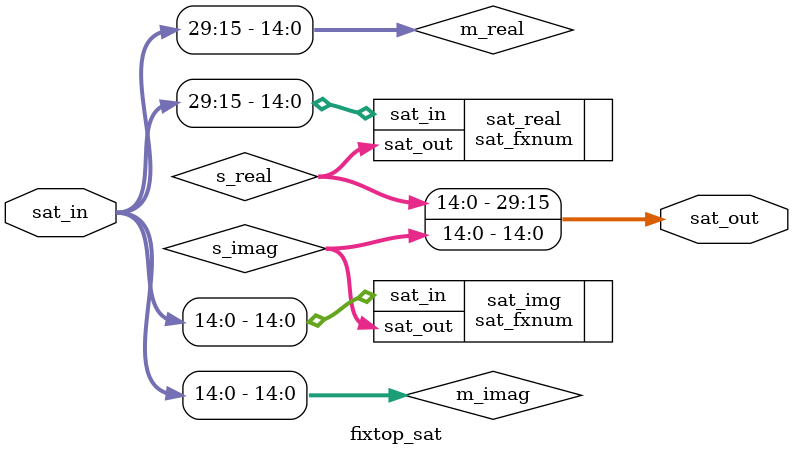
<source format=v>
`timescale 1ns / 1ps


module fixtop_sat
 #(parameter NBITS_IN  =15,
   parameter NBI_IN    =3,
   parameter NBF_IN    =12,
   parameter NBITS_OUT =15,
   parameter NBI_OUT   =3,
   parameter NBF_OUT   =12)
 
 (output [NBITS_OUT*2-1:0] sat_out,
  input  [NBITS_IN*2-1:0] sat_in);
  
  

    wire [NBITS_IN-1:0] m_real;
    wire [NBITS_IN-1:0] m_imag;
    
    wire [NBITS_OUT-1:0] s_real;
    wire [NBITS_OUT-1:0] s_imag;
    
    
assign m_real = sat_in[NBITS_IN*2-1:NBITS_IN]; //Real
assign m_imag = sat_in[NBITS_IN-1:0];        //Img
    
     
        sat_fxnum
        #(.NBITS_IN(NBITS_IN),
          .NBI_IN(NBI_IN),
          .NBF_IN(NBF_IN),
          .NBITS_OUT(NBITS_OUT),
          .NBI_OUT(NBI_OUT),
          .NBF_OUT(NBF_OUT))
        sat_real
          (.sat_in(m_real),
           .sat_out(s_real));
           
         
       
         sat_fxnum
       #(.NBITS_IN(NBITS_IN),
          .NBI_IN(NBI_IN),
          .NBF_IN(NBF_IN),
          .NBITS_OUT(NBITS_OUT),
          .NBI_OUT(NBI_OUT),
          .NBF_OUT(NBF_OUT))
        sat_img
          (.sat_in(m_imag),
           .sat_out(s_imag));
             

assign sat_out = {s_real,s_imag};

          

    
    
endmodule

</source>
